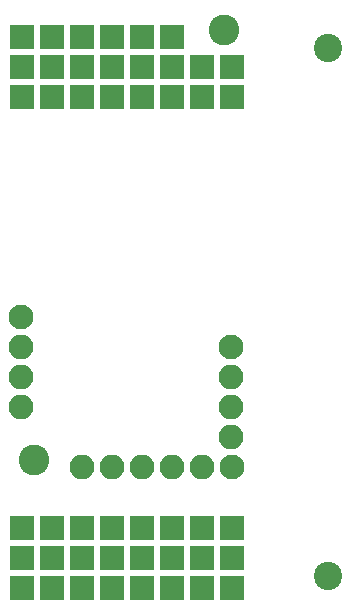
<source format=gts>
G04 #@! TF.FileFunction,Soldermask,Top*
%FSLAX46Y46*%
G04 Gerber Fmt 4.6, Leading zero omitted, Abs format (unit mm)*
G04 Created by KiCad (PCBNEW 4.0.2-stable) date 06.07.2017 11:41:47*
%MOMM*%
G01*
G04 APERTURE LIST*
%ADD10C,0.100000*%
%ADD11C,2.600000*%
%ADD12R,2.100000X2.100000*%
%ADD13C,2.100000*%
%ADD14O,2.100000X2.100000*%
%ADD15C,2.400000*%
G04 APERTURE END LIST*
D10*
D11*
X188087000Y-86741000D03*
D12*
X170942000Y-92392500D03*
X173482000Y-92392500D03*
X176022000Y-92392500D03*
X178562000Y-92392500D03*
X181102000Y-92392500D03*
X183642000Y-92392500D03*
X186182000Y-92392500D03*
X188722000Y-92392500D03*
X170942000Y-89852500D03*
X173482000Y-89852500D03*
X176022000Y-89852500D03*
X178562000Y-89852500D03*
X181102000Y-89852500D03*
X183642000Y-89852500D03*
X186182000Y-89852500D03*
X188722000Y-89852500D03*
X170942000Y-87312500D03*
X173482000Y-87312500D03*
X176022000Y-87312500D03*
X178562000Y-87312500D03*
X181102000Y-87312500D03*
X183642000Y-87312500D03*
X170942000Y-128905000D03*
X173482000Y-128905000D03*
X176022000Y-128905000D03*
X178562000Y-128905000D03*
X181102000Y-128905000D03*
X183642000Y-128905000D03*
X186182000Y-128905000D03*
X188722000Y-128905000D03*
X170942000Y-131445000D03*
X173482000Y-131445000D03*
X176022000Y-131445000D03*
X178562000Y-131445000D03*
X181102000Y-131445000D03*
X183642000Y-131445000D03*
X186182000Y-131445000D03*
X188722000Y-131445000D03*
X170942000Y-133985000D03*
X173482000Y-133985000D03*
X176022000Y-133985000D03*
X178562000Y-133985000D03*
X181102000Y-133985000D03*
X183642000Y-133985000D03*
X186182000Y-133985000D03*
X188722000Y-133985000D03*
D13*
X170878500Y-111061500D03*
D14*
X170878500Y-113601500D03*
X170878500Y-116141500D03*
X170878500Y-118681500D03*
D13*
X188658500Y-113601500D03*
D14*
X188658500Y-116141500D03*
X188658500Y-118681500D03*
X188658500Y-121221500D03*
D13*
X188722000Y-123761500D03*
D14*
X186182000Y-123761500D03*
X183642000Y-123761500D03*
X181102000Y-123761500D03*
X178562000Y-123761500D03*
X176022000Y-123761500D03*
D11*
X171958000Y-123190000D03*
D15*
X196913500Y-88267000D03*
X196913500Y-132967000D03*
M02*

</source>
